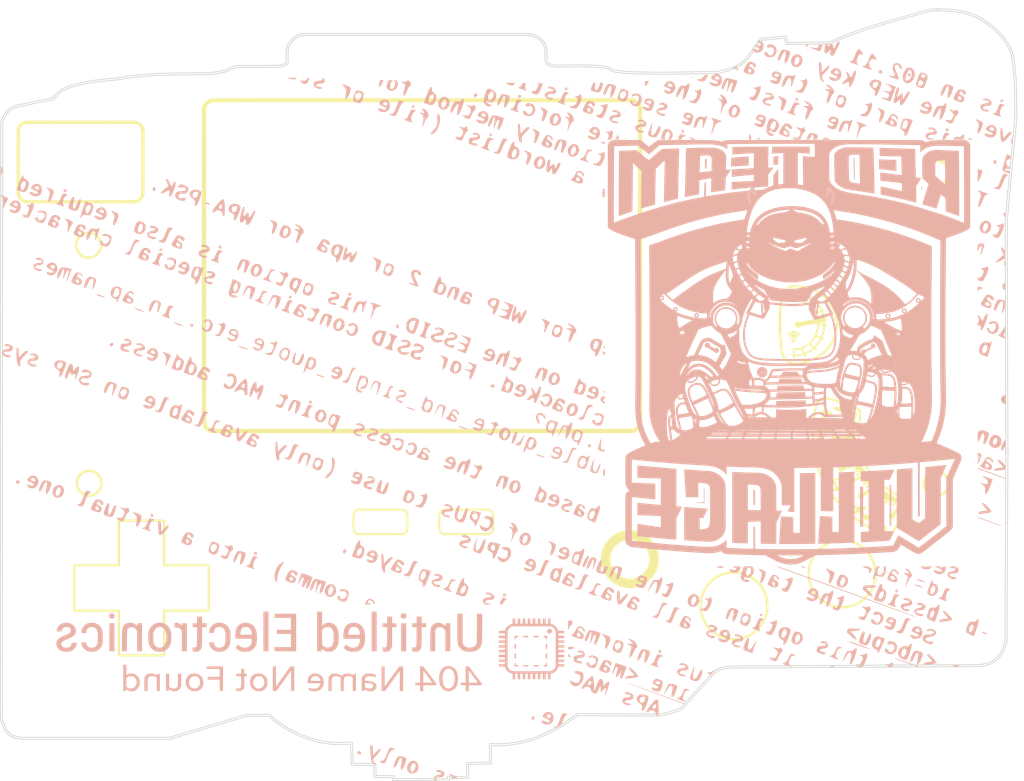
<source format=kicad_pcb>
(kicad_pcb (version 4) (host pcbnew 4.0.7)
  (layers (0 F.Cu signal) (31 B.Cu signal) (34 B.Paste user) (35 F.Paste user) (36 B.SilkS user) (37 F.SilkS user) (38 B.Mask user) (39 F.Mask user) (44 Edge.Cuts user))
  (net 0 "")
  (module LOGO (layer F.Cu) (at 0 0)
    (fp_text reference "G***" hide)
    (fp_text value "LOGO" hide)
  )
  (module LOGO (layer F.Cu) (at 0 0)
    (fp_text reference "G***" hide)
    (fp_text value "LOGO" hide)
  )
  (module LOGO (layer F.Cu) (at 0 0)
    (fp_text reference "G***" hide)
    (fp_text value "LOGO" hide)
  )
  (module LOGO (layer F.Cu) (at 0 0)
    (fp_text reference "G***" hide)
    (fp_text value "LOGO" hide)
  )
  (module LOGO (layer F.Cu) (at 0 0)
    (fp_text reference "G***" hide)
    (fp_text value "LOGO" hide)
  )
  (module LOGO (layer F.Cu) (at 0 0)
    (fp_text reference "G***" hide)
    (fp_text value "LOGO" hide)
  )
  (module LOGO (layer F.Cu) (at 0 0)
    (fp_text reference "G***" hide)
    (fp_text value "LOGO" hide)
  )
  (gr_line (start 83.646000 -69.375000) (end 83.234000 -69.361300) (layer Edge.Cuts) (width 0.1))
  (gr_line (start 83.234000 -69.361300) (end 82.854000 -69.328100) (layer Edge.Cuts) (width 0.1))
  (gr_line (start 82.854000 -69.328100) (end 82.498000 -69.277300) (layer Edge.Cuts) (width 0.1))
  (gr_line (start 82.498000 -69.277300) (end 82.158000 -69.205100) (layer Edge.Cuts) (width 0.1))
  (gr_line (start 82.158000 -69.205100) (end 81.830000 -69.113300) (layer Edge.Cuts) (width 0.1))
  (gr_line (start 81.830000 -69.113300) (end 80.078000 -68.605500) (layer Edge.Cuts) (width 0.1))
  (gr_line (start 80.078000 -68.605500) (end 78.406000 -68.132800) (layer Edge.Cuts) (width 0.1))
  (gr_line (start 78.406000 -68.132800) (end 76.803000 -67.677700) (layer Edge.Cuts) (width 0.1))
  (gr_line (start 76.803000 -67.677700) (end 75.252000 -67.218700) (layer Edge.Cuts) (width 0.1))
  (gr_line (start 75.252000 -67.218700) (end 73.732000 -66.736300) (layer Edge.Cuts) (width 0.1))
  (gr_line (start 73.732000 -66.736300) (end 72.238000 -66.210900) (layer Edge.Cuts) (width 0.1))
  (gr_line (start 72.238000 -66.210900) (end 71.492000 -65.925800) (layer Edge.Cuts) (width 0.1))
  (gr_line (start 71.492000 -65.925800) (end 70.748000 -65.623000) (layer Edge.Cuts) (width 0.1))
  (gr_line (start 70.748000 -65.623000) (end 70.000000 -65.298800) (layer Edge.Cuts) (width 0.1))
  (gr_line (start 70.000000 -65.298800) (end 69.275000 -64.964800) (layer Edge.Cuts) (width 0.1))
  (gr_line (start 69.275000 -64.964800) (end 63.676000 -64.896500) (layer Edge.Cuts) (width 0.1))
  (gr_line (start 63.676000 -64.896500) (end 63.437000 -65.771500) (layer Edge.Cuts) (width 0.1))
  (gr_line (start 63.437000 -65.771500) (end 60.732000 -65.496100) (layer Edge.Cuts) (width 0.1))
  (gr_line (start 60.732000 -65.496100) (end 60.594000 -65.502000) (layer Edge.Cuts) (width 0.1))
  (gr_line (start 60.594000 -65.502000) (end 60.441000 -65.488300) (layer Edge.Cuts) (width 0.1))
  (gr_line (start 60.441000 -65.488300) (end 60.299000 -65.455100) (layer Edge.Cuts) (width 0.1))
  (gr_line (start 60.299000 -65.455100) (end 60.166000 -65.402400) (layer Edge.Cuts) (width 0.1))
  (gr_line (start 60.166000 -65.402400) (end 60.039000 -65.332100) (layer Edge.Cuts) (width 0.1))
  (gr_line (start 60.039000 -65.332100) (end 59.922000 -65.248100) (layer Edge.Cuts) (width 0.1))
  (gr_line (start 59.922000 -65.248100) (end 59.709000 -65.043000) (layer Edge.Cuts) (width 0.1))
  (gr_line (start 59.709000 -65.043000) (end 59.514000 -64.796900) (layer Edge.Cuts) (width 0.1))
  (gr_line (start 59.514000 -64.796900) (end 59.326000 -64.515700) (layer Edge.Cuts) (width 0.1))
  (gr_line (start 59.326000 -64.515700) (end 58.934000 -63.882900) (layer Edge.Cuts) (width 0.1))
  (gr_line (start 58.934000 -63.882900) (end 58.713000 -63.545000) (layer Edge.Cuts) (width 0.1))
  (gr_line (start 58.713000 -63.545000) (end 58.469000 -63.205100) (layer Edge.Cuts) (width 0.1))
  (gr_line (start 58.469000 -63.205100) (end 58.187000 -62.867200) (layer Edge.Cuts) (width 0.1))
  (gr_line (start 58.187000 -62.867200) (end 57.867000 -62.539100) (layer Edge.Cuts) (width 0.1))
  (gr_line (start 57.867000 -62.539100) (end 57.496000 -62.228600) (layer Edge.Cuts) (width 0.1))
  (gr_line (start 57.496000 -62.228600) (end 57.293000 -62.084000) (layer Edge.Cuts) (width 0.1))
  (gr_line (start 57.293000 -62.084000) (end 57.072000 -61.943400) (layer Edge.Cuts) (width 0.1))
  (gr_line (start 57.072000 -61.943400) (end 56.836000 -61.814500) (layer Edge.Cuts) (width 0.1))
  (gr_line (start 56.836000 -61.814500) (end 56.582000 -61.691500) (layer Edge.Cuts) (width 0.1))
  (gr_line (start 56.582000 -61.691500) (end 56.309000 -61.580100) (layer Edge.Cuts) (width 0.1))
  (gr_line (start 56.309000 -61.580100) (end 56.018000 -61.478600) (layer Edge.Cuts) (width 0.1))
  (gr_line (start 56.018000 -61.478600) (end 55.234000 -61.252000) (layer Edge.Cuts) (width 0.1))
  (gr_line (start 55.234000 -61.252000) (end 54.385000 -61.046900) (layer Edge.Cuts) (width 0.1))
  (gr_line (start 54.385000 -61.046900) (end 53.482000 -61.029400) (layer Edge.Cuts) (width 0.1))
  (gr_line (start 53.482000 -61.029400) (end 52.473000 -61.023500) (layer Edge.Cuts) (width 0.1))
  (gr_line (start 52.473000 -61.023500) (end 50.160000 -60.966800) (layer Edge.Cuts) (width 0.1))
  (gr_line (start 50.160000 -60.966800) (end 48.018000 -60.935600) (layer Edge.Cuts) (width 0.1))
  (gr_line (start 48.018000 -60.935600) (end 46.070000 -60.933600) (layer Edge.Cuts) (width 0.1))
  (gr_line (start 46.070000 -60.933600) (end 44.352000 -60.959000) (layer Edge.Cuts) (width 0.1))
  (gr_line (start 44.352000 -60.959000) (end 42.893000 -61.009700) (layer Edge.Cuts) (width 0.1))
  (gr_line (start 42.893000 -61.009700) (end 41.717000 -61.087900) (layer Edge.Cuts) (width 0.1))
  (gr_line (start 41.717000 -61.087900) (end 41.250000 -61.136700) (layer Edge.Cuts) (width 0.1))
  (gr_line (start 41.250000 -61.136700) (end 40.865000 -61.191400) (layer Edge.Cuts) (width 0.1))
  (gr_line (start 40.865000 -61.191400) (end 40.572000 -61.251900) (layer Edge.Cuts) (width 0.1))
  (gr_line (start 40.572000 -61.251900) (end 40.395000 -61.310500) (layer Edge.Cuts) (width 0.1))
  (gr_line (start 40.395000 -61.310500) (end 40.285000 -61.412100) (layer Edge.Cuts) (width 0.1))
  (gr_line (start 40.285000 -61.412100) (end 40.113000 -61.519500) (layer Edge.Cuts) (width 0.1))
  (gr_line (start 40.113000 -61.519500) (end 39.918000 -61.607400) (layer Edge.Cuts) (width 0.1))
  (gr_line (start 39.918000 -61.607400) (end 39.701000 -61.675800) (layer Edge.Cuts) (width 0.1))
  (gr_line (start 39.701000 -61.675800) (end 39.467000 -61.732400) (layer Edge.Cuts) (width 0.1))
  (gr_line (start 39.467000 -61.732400) (end 39.215000 -61.777300) (layer Edge.Cuts) (width 0.1))
  (gr_line (start 39.215000 -61.777300) (end 38.676000 -61.835900) (layer Edge.Cuts) (width 0.1))
  (gr_line (start 38.676000 -61.835900) (end 38.104000 -61.867200) (layer Edge.Cuts) (width 0.1))
  (gr_line (start 38.104000 -61.867200) (end 37.521000 -61.884700) (layer Edge.Cuts) (width 0.1))
  (gr_line (start 37.521000 -61.884700) (end 36.955000 -61.898400) (layer Edge.Cuts) (width 0.1))
  (gr_line (start 36.955000 -61.898400) (end 36.424000 -61.923800) (layer Edge.Cuts) (width 0.1))
  (gr_line (start 36.424000 -61.923800) (end 32.768000 -61.863200) (layer Edge.Cuts) (width 0.1))
  (gr_line (start 32.768000 -61.863200) (end 32.330000 -61.953100) (layer Edge.Cuts) (width 0.1))
  (gr_line (start 32.330000 -61.953100) (end 32.164000 -62.005800) (layer Edge.Cuts) (width 0.1))
  (gr_line (start 32.164000 -62.005800) (end 32.029000 -62.064400) (layer Edge.Cuts) (width 0.1))
  (gr_line (start 32.029000 -62.064400) (end 31.924000 -62.126900) (layer Edge.Cuts) (width 0.1))
  (gr_line (start 31.924000 -62.126900) (end 31.844000 -62.193300) (layer Edge.Cuts) (width 0.1))
  (gr_line (start 31.844000 -62.193300) (end 31.783000 -62.265600) (layer Edge.Cuts) (width 0.1))
  (gr_line (start 31.783000 -62.265600) (end 31.738000 -62.345700) (layer Edge.Cuts) (width 0.1))
  (gr_line (start 31.738000 -62.345700) (end 31.705000 -62.437500) (layer Edge.Cuts) (width 0.1))
  (gr_line (start 31.705000 -62.437500) (end 31.686000 -62.541000) (layer Edge.Cuts) (width 0.1))
  (gr_line (start 31.686000 -62.541000) (end 31.668000 -62.800700) (layer Edge.Cuts) (width 0.1))
  (gr_line (start 31.668000 -62.800700) (end 31.691000 -63.503900) (layer Edge.Cuts) (width 0.1))
  (gr_line (start 31.691000 -63.503900) (end 31.683000 -63.767500) (layer Edge.Cuts) (width 0.1))
  (gr_line (start 31.683000 -63.767500) (end 31.648000 -64.025400) (layer Edge.Cuts) (width 0.1))
  (gr_line (start 31.648000 -64.025400) (end 31.588000 -64.275400) (layer Edge.Cuts) (width 0.1))
  (gr_line (start 31.588000 -64.275400) (end 31.502000 -64.513600) (layer Edge.Cuts) (width 0.1))
  (gr_line (start 31.502000 -64.513600) (end 31.394000 -64.742200) (layer Edge.Cuts) (width 0.1))
  (gr_line (start 31.394000 -64.742200) (end 31.263000 -64.955000) (layer Edge.Cuts) (width 0.1))
  (gr_line (start 31.263000 -64.955000) (end 31.113000 -65.154300) (layer Edge.Cuts) (width 0.1))
  (gr_line (start 31.113000 -65.154300) (end 30.945000 -65.337900) (layer Edge.Cuts) (width 0.1))
  (gr_line (start 30.945000 -65.337900) (end 30.759000 -65.505800) (layer Edge.Cuts) (width 0.1))
  (gr_line (start 30.759000 -65.505800) (end 30.558000 -65.654300) (layer Edge.Cuts) (width 0.1))
  (gr_line (start 30.558000 -65.654300) (end 30.341000 -65.785100) (layer Edge.Cuts) (width 0.1))
  (gr_line (start 30.341000 -65.785100) (end 30.113000 -65.892500) (layer Edge.Cuts) (width 0.1))
  (gr_line (start 30.113000 -65.892500) (end 29.875000 -65.980400) (layer Edge.Cuts) (width 0.1))
  (gr_line (start 29.875000 -65.980400) (end 29.625000 -66.042900) (layer Edge.Cuts) (width 0.1))
  (gr_line (start 29.625000 -66.042900) (end 29.367000 -66.082000) (layer Edge.Cuts) (width 0.1))
  (gr_line (start 29.367000 -66.082000) (end 29.103000 -66.095700) (layer Edge.Cuts) (width 0.1))
  (gr_line (start 29.103000 -66.095700) (end -0.439500 -66.095700) (layer Edge.Cuts) (width 0.1))
  (gr_line (start -0.439500 -66.095700) (end -0.701200 -66.082000) (layer Edge.Cuts) (width 0.1))
  (gr_line (start -0.701200 -66.082000) (end -0.959000 -66.042900) (layer Edge.Cuts) (width 0.1))
  (gr_line (start -0.959000 -66.042900) (end -1.207000 -65.980400) (layer Edge.Cuts) (width 0.1))
  (gr_line (start -1.207000 -65.980400) (end -1.445300 -65.892500) (layer Edge.Cuts) (width 0.1))
  (gr_line (start -1.445300 -65.892500) (end -1.671900 -65.783200) (layer Edge.Cuts) (width 0.1))
  (gr_line (start -1.671900 -65.783200) (end -1.886700 -65.654300) (layer Edge.Cuts) (width 0.1))
  (gr_line (start -1.886700 -65.654300) (end -2.085900 -65.505800) (layer Edge.Cuts) (width 0.1))
  (gr_line (start -2.085900 -65.505800) (end -2.269500 -65.337900) (layer Edge.Cuts) (width 0.1))
  (gr_line (start -2.269500 -65.337900) (end -2.437500 -65.154300) (layer Edge.Cuts) (width 0.1))
  (gr_line (start -2.437500 -65.154300) (end -2.585900 -64.955000) (layer Edge.Cuts) (width 0.1))
  (gr_line (start -2.585900 -64.955000) (end -2.714800 -64.742200) (layer Edge.Cuts) (width 0.1))
  (gr_line (start -2.714800 -64.742200) (end -2.824200 -64.515600) (layer Edge.Cuts) (width 0.1))
  (gr_line (start -2.824200 -64.515600) (end -2.910200 -64.277300) (layer Edge.Cuts) (width 0.1))
  (gr_line (start -2.910200 -64.277300) (end -2.974600 -64.027300) (layer Edge.Cuts) (width 0.1))
  (gr_line (start -2.974600 -64.027300) (end -3.013700 -63.769500) (layer Edge.Cuts) (width 0.1))
  (gr_line (start -3.013700 -63.769500) (end -3.027300 -63.507800) (layer Edge.Cuts) (width 0.1))
  (gr_line (start -3.027300 -63.507800) (end -3.029300 -62.253900) (layer Edge.Cuts) (width 0.1))
  (gr_line (start -3.029300 -62.253900) (end -3.084000 -62.166000) (layer Edge.Cuts) (width 0.1))
  (gr_line (start -3.084000 -62.166000) (end -3.181700 -62.080000) (layer Edge.Cuts) (width 0.1))
  (gr_line (start -3.181700 -62.080000) (end -3.314500 -62.009700) (layer Edge.Cuts) (width 0.1))
  (gr_line (start -3.314500 -62.009700) (end -3.476600 -61.953100) (layer Edge.Cuts) (width 0.1))
  (gr_line (start -3.476600 -61.953100) (end -3.662200 -61.912100) (layer Edge.Cuts) (width 0.1))
  (gr_line (start -3.662200 -61.912100) (end -3.859400 -61.884700) (layer Edge.Cuts) (width 0.1))
  (gr_line (start -3.859400 -61.884700) (end -4.271500 -61.863300) (layer Edge.Cuts) (width 0.1))
  (gr_line (start -4.271500 -61.863300) (end -7.765700 -61.826100) (layer Edge.Cuts) (width 0.1))
  (gr_line (start -7.765700 -61.826100) (end -8.437500 -61.841800) (layer Edge.Cuts) (width 0.1))
  (gr_line (start -8.437500 -61.841800) (end -9.109400 -61.839800) (layer Edge.Cuts) (width 0.1))
  (gr_line (start -9.109400 -61.839800) (end -9.435600 -61.820200) (layer Edge.Cuts) (width 0.1))
  (gr_line (start -9.435600 -61.820200) (end -9.752000 -61.781200) (layer Edge.Cuts) (width 0.1))
  (gr_line (start -9.752000 -61.781200) (end -10.052800 -61.718700) (layer Edge.Cuts) (width 0.1))
  (gr_line (start -10.052800 -61.718700) (end -10.341800 -61.623000) (layer Edge.Cuts) (width 0.1))
  (gr_line (start -10.341800 -61.623000) (end -10.546900 -61.498000) (layer Edge.Cuts) (width 0.1))
  (gr_line (start -10.546900 -61.498000) (end -10.750000 -61.396400) (layer Edge.Cuts) (width 0.1))
  (gr_line (start -10.750000 -61.396400) (end -10.968800 -61.304600) (layer Edge.Cuts) (width 0.1))
  (gr_line (start -10.968800 -61.304600) (end -11.201200 -61.224500) (layer Edge.Cuts) (width 0.1))
  (gr_line (start -11.201200 -61.224500) (end -11.701200 -61.091700) (layer Edge.Cuts) (width 0.1))
  (gr_line (start -11.701200 -61.091700) (end -12.232500 -60.994100) (layer Edge.Cuts) (width 0.1))
  (gr_line (start -12.232500 -60.994100) (end -12.783300 -60.927700) (layer Edge.Cuts) (width 0.1))
  (gr_line (start -12.783300 -60.927700) (end -13.337900 -60.886600) (layer Edge.Cuts) (width 0.1))
  (gr_line (start -13.337900 -60.886600) (end -13.884800 -60.869100) (layer Edge.Cuts) (width 0.1))
  (gr_line (start -13.884800 -60.869100) (end -14.412200 -60.865200) (layer Edge.Cuts) (width 0.1))
  (gr_line (start -14.412200 -60.865200) (end -17.468800 -60.830000) (layer Edge.Cuts) (width 0.1))
  (gr_line (start -17.468800 -60.830000) (end -20.302800 -60.767500) (layer Edge.Cuts) (width 0.1))
  (gr_line (start -20.302800 -60.767500) (end -22.910200 -60.560500) (layer Edge.Cuts) (width 0.1))
  (gr_line (start -22.910200 -60.560500) (end -24.181700 -60.400300) (layer Edge.Cuts) (width 0.1))
  (gr_line (start -24.181700 -60.400300) (end -25.349700 -60.199100) (layer Edge.Cuts) (width 0.1))
  (gr_line (start -25.349700 -60.199100) (end -26.449300 -60.103400) (layer Edge.Cuts) (width 0.1))
  (gr_line (start -26.449300 -60.103400) (end -27.490300 -59.992100) (layer Edge.Cuts) (width 0.1))
  (gr_line (start -27.490300 -59.992100) (end -28.462900 -59.867100) (layer Edge.Cuts) (width 0.1))
  (gr_line (start -28.462900 -59.867100) (end -29.361400 -59.726500) (layer Edge.Cuts) (width 0.1))
  (gr_line (start -29.361400 -59.726500) (end -30.187500 -59.570200) (layer Edge.Cuts) (width 0.1))
  (gr_line (start -30.187500 -59.570200) (end -30.935600 -59.396400) (layer Edge.Cuts) (width 0.1))
  (gr_line (start -30.935600 -59.396400) (end -31.605500 -59.205000) (layer Edge.Cuts) (width 0.1))
  (gr_line (start -31.605500 -59.205000) (end -32.193400 -58.996000) (layer Edge.Cuts) (width 0.1))
  (gr_line (start -32.193400 -58.996000) (end -32.693400 -58.765500) (layer Edge.Cuts) (width 0.1))
  (gr_line (start -32.693400 -58.765500) (end -32.916100 -58.640500) (layer Edge.Cuts) (width 0.1))
  (gr_line (start -32.916100 -58.640500) (end -33.113300 -58.511600) (layer Edge.Cuts) (width 0.1))
  (gr_line (start -33.113300 -58.511600) (end -33.289100 -58.376900) (layer Edge.Cuts) (width 0.1))
  (gr_line (start -33.289100 -58.376900) (end -33.443400 -58.234300) (layer Edge.Cuts) (width 0.1))
  (gr_line (start -33.443400 -58.234300) (end -33.574300 -58.083900) (layer Edge.Cuts) (width 0.1))
  (gr_line (start -33.574300 -58.083900) (end -33.644600 -57.976500) (layer Edge.Cuts) (width 0.1))
  (gr_line (start -33.644600 -57.976500) (end -33.711000 -57.962800) (layer Edge.Cuts) (width 0.1))
  (gr_line (start -33.711000 -57.962800) (end -33.822300 -57.912000) (layer Edge.Cuts) (width 0.1))
  (gr_line (start -33.822300 -57.912000) (end -33.916100 -57.841700) (layer Edge.Cuts) (width 0.1))
  (gr_line (start -33.916100 -57.841700) (end -33.988300 -57.753800) (layer Edge.Cuts) (width 0.1))
  (gr_line (start -33.988300 -57.753800) (end -34.039100 -57.652300) (layer Edge.Cuts) (width 0.1))
  (gr_line (start -34.039100 -57.652300) (end -34.068400 -57.539000) (layer Edge.Cuts) (width 0.1))
  (gr_line (start -34.068400 -57.539000) (end -36.793000 -56.994100) (layer Edge.Cuts) (width 0.1))
  (gr_line (start -36.793000 -56.994100) (end -37.080100 -56.912000) (layer Edge.Cuts) (width 0.1))
  (gr_line (start -37.080100 -56.912000) (end -37.365300 -56.847600) (layer Edge.Cuts) (width 0.1))
  (gr_line (start -37.365300 -56.847600) (end -37.953200 -56.740200) (layer Edge.Cuts) (width 0.1))
  (gr_line (start -37.953200 -56.740200) (end -38.546900 -56.626900) (layer Edge.Cuts) (width 0.1))
  (gr_line (start -38.546900 -56.626900) (end -38.843800 -56.550700) (layer Edge.Cuts) (width 0.1))
  (gr_line (start -38.843800 -56.550700) (end -39.134800 -56.457000) (layer Edge.Cuts) (width 0.1))
  (gr_line (start -39.134800 -56.457000) (end -39.420000 -56.335900) (layer Edge.Cuts) (width 0.1))
  (gr_line (start -39.420000 -56.335900) (end -39.695400 -56.181600) (layer Edge.Cuts) (width 0.1))
  (gr_line (start -39.695400 -56.181600) (end -39.957100 -55.988200) (layer Edge.Cuts) (width 0.1))
  (gr_line (start -39.957100 -55.988200) (end -40.201200 -55.751900) (layer Edge.Cuts) (width 0.1))
  (gr_line (start -40.201200 -55.751900) (end -40.427800 -55.466700) (layer Edge.Cuts) (width 0.1))
  (gr_line (start -40.427800 -55.466700) (end -40.630900 -55.128800) (layer Edge.Cuts) (width 0.1))
  (gr_line (start -40.630900 -55.128800) (end -40.812600 -54.730400) (layer Edge.Cuts) (width 0.1))
  (gr_line (start -40.812600 -54.730400) (end -40.970800 -54.253800) (layer Edge.Cuts) (width 0.1))
  (gr_line (start -40.970800 -54.253800) (end -41.017600 25.082000) (layer Edge.Cuts) (width 0.1))
  (gr_line (start -41.017600 25.082000) (end -40.865300 25.549000) (layer Edge.Cuts) (width 0.1))
  (gr_line (start -40.865300 25.549000) (end -40.711000 25.990000) (layer Edge.Cuts) (width 0.1))
  (gr_line (start -40.711000 25.990000) (end -40.517600 26.420000) (layer Edge.Cuts) (width 0.1))
  (gr_line (start -40.517600 26.420000) (end -40.398500 26.627000) (layer Edge.Cuts) (width 0.1))
  (gr_line (start -40.398500 26.627000) (end -40.259800 26.824000) (layer Edge.Cuts) (width 0.1))
  (gr_line (start -40.259800 26.824000) (end -40.099700 27.010000) (layer Edge.Cuts) (width 0.1))
  (gr_line (start -40.099700 27.010000) (end -39.914100 27.182000) (layer Edge.Cuts) (width 0.1))
  (gr_line (start -39.914100 27.182000) (end -39.701200 27.334000) (layer Edge.Cuts) (width 0.1))
  (gr_line (start -39.701200 27.334000) (end -39.457100 27.467000) (layer Edge.Cuts) (width 0.1))
  (gr_line (start -39.457100 27.467000) (end -39.181700 27.580000) (layer Edge.Cuts) (width 0.1))
  (gr_line (start -39.181700 27.580000) (end -38.871100 27.670000) (layer Edge.Cuts) (width 0.1))
  (gr_line (start -38.871100 27.670000) (end -38.523500 27.734000) (layer Edge.Cuts) (width 0.1))
  (gr_line (start -38.523500 27.734000) (end -38.134800 27.775000) (layer Edge.Cuts) (width 0.1))
  (gr_line (start -38.134800 27.775000) (end -18.509800 27.773000) (layer Edge.Cuts) (width 0.1))
  (gr_line (start -18.509800 27.773000) (end -8.308600 24.734000) (layer Edge.Cuts) (width 0.1))
  (gr_line (start -8.308600 24.734000) (end -5.300800 24.701000) (layer Edge.Cuts) (width 0.1))
  (gr_line (start -5.300800 24.701000) (end -5.013700 24.992000) (layer Edge.Cuts) (width 0.1))
  (gr_line (start -5.013700 24.992000) (end -4.632900 25.320000) (layer Edge.Cuts) (width 0.1))
  (gr_line (start -4.632900 25.320000) (end -4.207100 25.643000) (layer Edge.Cuts) (width 0.1))
  (gr_line (start -4.207100 25.643000) (end -3.740300 25.959000) (layer Edge.Cuts) (width 0.1))
  (gr_line (start -3.740300 25.959000) (end -3.240300 26.271000) (layer Edge.Cuts) (width 0.1))
  (gr_line (start -3.240300 26.271000) (end -2.711000 26.582000) (layer Edge.Cuts) (width 0.1))
  (gr_line (start -2.711000 26.582000) (end -1.578200 27.197000) (layer Edge.Cuts) (width 0.1))
  (gr_line (start -1.578200 27.197000) (end -0.880900 27.471000) (layer Edge.Cuts) (width 0.1))
  (gr_line (start -0.880900 27.471000) (end -0.238300 27.701000) (layer Edge.Cuts) (width 0.1))
  (gr_line (start -0.238300 27.701000) (end 0.355000 27.895000) (layer Edge.Cuts) (width 0.1))
  (gr_line (start 0.355000 27.895000) (end 0.912000 28.053000) (layer Edge.Cuts) (width 0.1))
  (gr_line (start 0.912000 28.053000) (end 1.428000 28.180000) (layer Edge.Cuts) (width 0.1))
  (gr_line (start 1.428000 28.180000) (end 1.908000 28.279000) (layer Edge.Cuts) (width 0.1))
  (gr_line (start 1.908000 28.279000) (end 2.359000 28.352000) (layer Edge.Cuts) (width 0.1))
  (gr_line (start 2.359000 28.352000) (end 2.783000 28.404000) (layer Edge.Cuts) (width 0.1))
  (gr_line (start 2.783000 28.404000) (end 3.185000 28.438000) (layer Edge.Cuts) (width 0.1))
  (gr_line (start 3.185000 28.438000) (end 3.566000 28.457000) (layer Edge.Cuts) (width 0.1))
  (gr_line (start 3.566000 28.457000) (end 4.287000 28.457000) (layer Edge.Cuts) (width 0.1))
  (gr_line (start 4.287000 28.457000) (end 5.533000 28.422000) (layer Edge.Cuts) (width 0.1))
  (gr_line (start 5.533000 28.422000) (end 5.658000 31.207000) (layer Edge.Cuts) (width 0.1))
  (gr_line (start 5.658000 31.207000) (end 8.635000 31.254000) (layer Edge.Cuts) (width 0.1))
  (gr_line (start 8.635000 31.254000) (end 8.684000 32.840000) (layer Edge.Cuts) (width 0.1))
  (gr_line (start 8.684000 32.840000) (end 11.127000 32.879000) (layer Edge.Cuts) (width 0.1))
  (gr_line (start 11.127000 32.879000) (end 11.141000 33.240000) (layer Edge.Cuts) (width 0.1))
  (gr_line (start 11.141000 33.240000) (end 18.728000 33.301000) (layer Edge.Cuts) (width 0.1))
  (gr_line (start 18.728000 33.301000) (end 18.693000 33.004000) (layer Edge.Cuts) (width 0.1))
  (gr_line (start 18.693000 33.004000) (end 21.236000 32.949000) (layer Edge.Cuts) (width 0.1))
  (gr_line (start 21.236000 32.949000) (end 21.246000 31.121000) (layer Edge.Cuts) (width 0.1))
  (gr_line (start 21.246000 31.121000) (end 24.287000 31.039000) (layer Edge.Cuts) (width 0.1))
  (gr_line (start 24.287000 31.039000) (end 24.301000 28.607000) (layer Edge.Cuts) (width 0.1))
  (gr_line (start 24.301000 28.607000) (end 25.080000 28.629000) (layer Edge.Cuts) (width 0.1))
  (gr_line (start 25.080000 28.629000) (end 25.965000 28.604000) (layer Edge.Cuts) (width 0.1))
  (gr_line (start 25.965000 28.604000) (end 26.817000 28.531000) (layer Edge.Cuts) (width 0.1))
  (gr_line (start 26.817000 28.531000) (end 27.639000 28.412000) (layer Edge.Cuts) (width 0.1))
  (gr_line (start 27.639000 28.412000) (end 28.432000 28.256000) (layer Edge.Cuts) (width 0.1))
  (gr_line (start 28.432000 28.256000) (end 29.199000 28.057000) (layer Edge.Cuts) (width 0.1))
  (gr_line (start 29.199000 28.057000) (end 29.942000 27.824000) (layer Edge.Cuts) (width 0.1))
  (gr_line (start 29.942000 27.824000) (end 30.660000 27.557000) (layer Edge.Cuts) (width 0.1))
  (gr_line (start 30.660000 27.557000) (end 31.358000 27.262000) (layer Edge.Cuts) (width 0.1))
  (gr_line (start 31.358000 27.262000) (end 32.037000 26.939000) (layer Edge.Cuts) (width 0.1))
  (gr_line (start 32.037000 26.939000) (end 32.699000 26.592000) (layer Edge.Cuts) (width 0.1))
  (gr_line (start 32.699000 26.592000) (end 33.346000 26.223000) (layer Edge.Cuts) (width 0.1))
  (gr_line (start 33.346000 26.223000) (end 33.979000 25.836000) (layer Edge.Cuts) (width 0.1))
  (gr_line (start 33.979000 25.836000) (end 34.600000 25.432000) (layer Edge.Cuts) (width 0.1))
  (gr_line (start 34.600000 25.432000) (end 35.779000 24.619000) (layer Edge.Cuts) (width 0.1))
  (gr_line (start 35.779000 24.619000) (end 46.612000 24.688000) (layer Edge.Cuts) (width 0.1))
  (gr_line (start 46.612000 24.688000) (end 47.319000 24.555000) (layer Edge.Cuts) (width 0.1))
  (gr_line (start 47.319000 24.555000) (end 48.043000 24.367000) (layer Edge.Cuts) (width 0.1))
  (gr_line (start 48.043000 24.367000) (end 48.789000 24.123000) (layer Edge.Cuts) (width 0.1))
  (gr_line (start 48.789000 24.123000) (end 49.586000 23.824000) (layer Edge.Cuts) (width 0.1))
  (gr_line (start 49.586000 23.824000) (end 53.899000 19.076000) (layer Edge.Cuts) (width 0.1))
  (gr_line (start 53.899000 19.076000) (end 54.117000 18.877000) (layer Edge.Cuts) (width 0.1))
  (gr_line (start 54.117000 18.877000) (end 54.362000 18.717000) (layer Edge.Cuts) (width 0.1))
  (gr_line (start 54.362000 18.717000) (end 54.629000 18.588000) (layer Edge.Cuts) (width 0.1))
  (gr_line (start 54.629000 18.588000) (end 54.920000 18.486000) (layer Edge.Cuts) (width 0.1))
  (gr_line (start 54.920000 18.486000) (end 55.233000 18.408000) (layer Edge.Cuts) (width 0.1))
  (gr_line (start 55.233000 18.408000) (end 55.563000 18.354000) (layer Edge.Cuts) (width 0.1))
  (gr_line (start 55.563000 18.354000) (end 55.910000 18.316000) (layer Edge.Cuts) (width 0.1))
  (gr_line (start 55.910000 18.316000) (end 56.266000 18.291000) (layer Edge.Cuts) (width 0.1))
  (gr_line (start 56.266000 18.291000) (end 88.940000 18.102000) (layer Edge.Cuts) (width 0.1))
  (gr_line (start 88.940000 18.102000) (end 89.285000 18.080000) (layer Edge.Cuts) (width 0.1))
  (gr_line (start 89.285000 18.080000) (end 89.623000 18.039000) (layer Edge.Cuts) (width 0.1))
  (gr_line (start 89.623000 18.039000) (end 89.949000 17.977000) (layer Edge.Cuts) (width 0.1))
  (gr_line (start 89.949000 17.977000) (end 90.264000 17.893000) (layer Edge.Cuts) (width 0.1))
  (gr_line (start 90.264000 17.893000) (end 90.567000 17.783000) (layer Edge.Cuts) (width 0.1))
  (gr_line (start 90.567000 17.783000) (end 90.858000 17.650000) (layer Edge.Cuts) (width 0.1))
  (gr_line (start 90.858000 17.650000) (end 91.135000 17.492000) (layer Edge.Cuts) (width 0.1))
  (gr_line (start 91.135000 17.492000) (end 91.395000 17.305000) (layer Edge.Cuts) (width 0.1))
  (gr_line (start 91.395000 17.305000) (end 91.641000 17.090000) (layer Edge.Cuts) (width 0.1))
  (gr_line (start 91.641000 17.090000) (end 91.869000 16.844000) (layer Edge.Cuts) (width 0.1))
  (gr_line (start 91.869000 16.844000) (end 92.078000 16.570000) (layer Edge.Cuts) (width 0.1))
  (gr_line (start 92.078000 16.570000) (end 92.270000 16.264000) (layer Edge.Cuts) (width 0.1))
  (gr_line (start 92.270000 16.264000) (end 92.444000 15.928000) (layer Edge.Cuts) (width 0.1))
  (gr_line (start 92.444000 15.928000) (end 92.594000 15.555000) (layer Edge.Cuts) (width 0.1))
  (gr_line (start 92.594000 15.555000) (end 92.725000 15.150000) (layer Edge.Cuts) (width 0.1))
  (gr_line (start 92.725000 15.150000) (end 92.838000 14.697000) (layer Edge.Cuts) (width 0.1))
  (gr_line (start 92.838000 14.697000) (end 92.961000 -10.214800) (layer Edge.Cuts) (width 0.1))
  (gr_line (start 92.961000 -10.214800) (end 92.871000 -41.208900) (layer Edge.Cuts) (width 0.1))
  (gr_line (start 92.871000 -41.208900) (end 94.162000 -55.093700) (layer Edge.Cuts) (width 0.1))
  (gr_line (start 94.162000 -55.093700) (end 94.129000 -55.753900) (layer Edge.Cuts) (width 0.1))
  (gr_line (start 94.129000 -55.753900) (end 94.114000 -56.457000) (layer Edge.Cuts) (width 0.1))
  (gr_line (start 94.114000 -56.457000) (end 94.110000 -57.931600) (layer Edge.Cuts) (width 0.1))
  (gr_line (start 94.110000 -57.931600) (end 94.094000 -59.326100) (layer Edge.Cuts) (width 0.1))
  (gr_line (start 94.094000 -59.326100) (end 94.063000 -59.933500) (layer Edge.Cuts) (width 0.1))
  (gr_line (start 94.063000 -59.933500) (end 94.008000 -60.443300) (layer Edge.Cuts) (width 0.1))
  (gr_line (start 94.008000 -60.443300) (end 93.932000 -61.121000) (layer Edge.Cuts) (width 0.1))
  (gr_line (start 93.932000 -61.121000) (end 93.885000 -61.789000) (layer Edge.Cuts) (width 0.1))
  (gr_line (start 93.885000 -61.789000) (end 93.819000 -62.468700) (layer Edge.Cuts) (width 0.1))
  (gr_line (start 93.819000 -62.468700) (end 93.762000 -62.820300) (layer Edge.Cuts) (width 0.1))
  (gr_line (start 93.762000 -62.820300) (end 93.686000 -63.177700) (layer Edge.Cuts) (width 0.1))
  (gr_line (start 93.686000 -63.177700) (end 93.580000 -63.546800) (layer Edge.Cuts) (width 0.1))
  (gr_line (start 93.580000 -63.546800) (end 93.442000 -63.925700) (layer Edge.Cuts) (width 0.1))
  (gr_line (start 93.442000 -63.925700) (end 93.262000 -64.316400) (layer Edge.Cuts) (width 0.1))
  (gr_line (start 93.262000 -64.316400) (end 93.039000 -64.720600) (layer Edge.Cuts) (width 0.1))
  (gr_line (start 93.039000 -64.720600) (end 92.764000 -65.140600) (layer Edge.Cuts) (width 0.1))
  (gr_line (start 92.764000 -65.140600) (end 92.434000 -65.578100) (layer Edge.Cuts) (width 0.1))
  (gr_line (start 92.434000 -65.578100) (end 92.039000 -66.033100) (layer Edge.Cuts) (width 0.1))
  (gr_line (start 92.039000 -66.033100) (end 91.580000 -66.509700) (layer Edge.Cuts) (width 0.1))
  (gr_line (start 91.580000 -66.509700) (end 91.184000 -66.871000) (layer Edge.Cuts) (width 0.1))
  (gr_line (start 91.184000 -66.871000) (end 90.795000 -67.197200) (layer Edge.Cuts) (width 0.1))
  (gr_line (start 90.795000 -67.197200) (end 90.412000 -67.498000) (layer Edge.Cuts) (width 0.1))
  (gr_line (start 90.412000 -67.498000) (end 90.033000 -67.767500) (layer Edge.Cuts) (width 0.1))
  (gr_line (start 90.033000 -67.767500) (end 89.653000 -68.011700) (layer Edge.Cuts) (width 0.1))
  (gr_line (start 89.653000 -68.011700) (end 89.274000 -68.230400) (layer Edge.Cuts) (width 0.1))
  (gr_line (start 89.274000 -68.230400) (end 88.893000 -68.425700) (layer Edge.Cuts) (width 0.1))
  (gr_line (start 88.893000 -68.425700) (end 88.510000 -68.597600) (layer Edge.Cuts) (width 0.1))
  (gr_line (start 88.510000 -68.597600) (end 88.123000 -68.748000) (layer Edge.Cuts) (width 0.1))
  (gr_line (start 88.123000 -68.748000) (end 87.731000 -68.876900) (layer Edge.Cuts) (width 0.1))
  (gr_line (start 87.731000 -68.876900) (end 87.328000 -68.988200) (layer Edge.Cuts) (width 0.1))
  (gr_line (start 87.328000 -68.988200) (end 86.920000 -69.083900) (layer Edge.Cuts) (width 0.1))
  (gr_line (start 86.920000 -69.083900) (end 86.500000 -69.162100) (layer Edge.Cuts) (width 0.1))
  (gr_line (start 86.500000 -69.162100) (end 86.070000 -69.224600) (layer Edge.Cuts) (width 0.1))
  (gr_line (start 86.070000 -69.224600) (end 85.172000 -69.314400) (layer Edge.Cuts) (width 0.1))
  (gr_line (start 85.172000 -69.314400) (end 84.106000 -69.371000) (layer Edge.Cuts) (width 0.1))
  (gr_line (start 84.106000 -69.371000) (end 83.653000 -69.374900) (layer Edge.Cuts) (width 0.1))
  (gr_line (start 83.653000 -69.374900) (end 83.653000 -69.242100) (layer Edge.Cuts) (width 0.1))
  (gr_line (start 83.653000 -69.242100) (end 83.646000 -69.375000) (layer Edge.Cuts) (width 0.1))
  (gr_line (start 83.646000 -69.375000) (end 83.650000 -69.109400) (layer Edge.Cuts) (width 0.1))
  (gr_line (start 83.650000 -69.109400) (end 83.656000 -69.109400) (layer Edge.Cuts) (width 0.1))
  (gr_line (start 83.656000 -69.109400) (end 84.098000 -69.105500) (layer Edge.Cuts) (width 0.1))
  (gr_line (start 84.098000 -69.105500) (end 85.151000 -69.050800) (layer Edge.Cuts) (width 0.1))
  (gr_line (start 85.151000 -69.050800) (end 86.037000 -68.962900) (layer Edge.Cuts) (width 0.1))
  (gr_line (start 86.037000 -68.962900) (end 86.457000 -68.900400) (layer Edge.Cuts) (width 0.1))
  (gr_line (start 86.457000 -68.900400) (end 86.865000 -68.824200) (layer Edge.Cuts) (width 0.1))
  (gr_line (start 86.865000 -68.824200) (end 87.264000 -68.732400) (layer Edge.Cuts) (width 0.1))
  (gr_line (start 87.264000 -68.732400) (end 87.653000 -68.623000) (layer Edge.Cuts) (width 0.1))
  (gr_line (start 87.653000 -68.623000) (end 88.033000 -68.498000) (layer Edge.Cuts) (width 0.1))
  (gr_line (start 88.033000 -68.498000) (end 88.408000 -68.351600) (layer Edge.Cuts) (width 0.1))
  (gr_line (start 88.408000 -68.351600) (end 88.780000 -68.185500) (layer Edge.Cuts) (width 0.1))
  (gr_line (start 88.780000 -68.185500) (end 89.149000 -67.998000) (layer Edge.Cuts) (width 0.1))
  (gr_line (start 89.149000 -67.998000) (end 89.516000 -67.785200) (layer Edge.Cuts) (width 0.1))
  (gr_line (start 89.516000 -67.785200) (end 89.883000 -67.548800) (layer Edge.Cuts) (width 0.1))
  (gr_line (start 89.883000 -67.548800) (end 90.254000 -67.285200) (layer Edge.Cuts) (width 0.1))
  (gr_line (start 90.254000 -67.285200) (end 90.629000 -66.992200) (layer Edge.Cuts) (width 0.1))
  (gr_line (start 90.629000 -66.992200) (end 91.010000 -66.671900) (layer Edge.Cuts) (width 0.1))
  (gr_line (start 91.010000 -66.671900) (end 91.395000 -66.320300) (layer Edge.Cuts) (width 0.1))
  (gr_line (start 91.395000 -66.320300) (end 91.844000 -65.855500) (layer Edge.Cuts) (width 0.1))
  (gr_line (start 91.844000 -65.855500) (end 92.227000 -65.410200) (layer Edge.Cuts) (width 0.1))
  (gr_line (start 92.227000 -65.410200) (end 92.547000 -64.988300) (layer Edge.Cuts) (width 0.1))
  (gr_line (start 92.547000 -64.988300) (end 92.811000 -64.584000) (layer Edge.Cuts) (width 0.1))
  (gr_line (start 92.811000 -64.584000) (end 93.026000 -64.197300) (layer Edge.Cuts) (width 0.1))
  (gr_line (start 93.026000 -64.197300) (end 93.197000 -63.824200) (layer Edge.Cuts) (width 0.1))
  (gr_line (start 93.197000 -63.824200) (end 93.328000 -63.464800) (layer Edge.Cuts) (width 0.1))
  (gr_line (start 93.328000 -63.464800) (end 93.428000 -63.113300) (layer Edge.Cuts) (width 0.1))
  (gr_line (start 93.428000 -63.113300) (end 93.502000 -62.771500) (layer Edge.Cuts) (width 0.1))
  (gr_line (start 93.502000 -62.771500) (end 93.555000 -62.435500) (layer Edge.Cuts) (width 0.1))
  (gr_line (start 93.555000 -62.435500) (end 93.619000 -61.767600) (layer Edge.Cuts) (width 0.1))
  (gr_line (start 93.619000 -61.767600) (end 93.668000 -61.095700) (layer Edge.Cuts) (width 0.1))
  (gr_line (start 93.668000 -61.095700) (end 93.746000 -60.414100) (layer Edge.Cuts) (width 0.1))
  (gr_line (start 93.746000 -60.414100) (end 93.799000 -59.914100) (layer Edge.Cuts) (width 0.1))
  (gr_line (start 93.799000 -59.914100) (end 93.828000 -59.318400) (layer Edge.Cuts) (width 0.1))
  (gr_line (start 93.828000 -59.318400) (end 93.844000 -57.929700) (layer Edge.Cuts) (width 0.1))
  (gr_line (start 93.844000 -57.929700) (end 93.848000 -56.455100) (layer Edge.Cuts) (width 0.1))
  (gr_line (start 93.848000 -56.455100) (end 93.863000 -55.744100) (layer Edge.Cuts) (width 0.1))
  (gr_line (start 93.863000 -55.744100) (end 93.897000 -55.099600) (layer Edge.Cuts) (width 0.1))
  (gr_line (start 93.897000 -55.099600) (end 92.606000 -41.220700) (layer Edge.Cuts) (width 0.1))
  (gr_line (start 92.606000 -41.220700) (end 92.695000 -10.214800) (layer Edge.Cuts) (width 0.1))
  (gr_line (start 92.695000 -10.214800) (end 92.572000 14.664000) (layer Edge.Cuts) (width 0.1))
  (gr_line (start 92.572000 14.664000) (end 92.471000 15.078000) (layer Edge.Cuts) (width 0.1))
  (gr_line (start 92.471000 15.078000) (end 92.346000 15.463000) (layer Edge.Cuts) (width 0.1))
  (gr_line (start 92.346000 15.463000) (end 92.201000 15.816000) (layer Edge.Cuts) (width 0.1))
  (gr_line (start 92.201000 15.816000) (end 92.039000 16.133000) (layer Edge.Cuts) (width 0.1))
  (gr_line (start 92.039000 16.133000) (end 91.861000 16.420000) (layer Edge.Cuts) (width 0.1))
  (gr_line (start 91.861000 16.420000) (end 91.666000 16.674000) (layer Edge.Cuts) (width 0.1))
  (gr_line (start 91.666000 16.674000) (end 91.457000 16.900000) (layer Edge.Cuts) (width 0.1))
  (gr_line (start 91.457000 16.900000) (end 91.230000 17.096000) (layer Edge.Cuts) (width 0.1))
  (gr_line (start 91.230000 17.096000) (end 90.990000 17.268000) (layer Edge.Cuts) (width 0.1))
  (gr_line (start 90.990000 17.268000) (end 90.736000 17.416000) (layer Edge.Cuts) (width 0.1))
  (gr_line (start 90.736000 17.416000) (end 90.467000 17.539000) (layer Edge.Cuts) (width 0.1))
  (gr_line (start 90.467000 17.539000) (end 90.186000 17.639000) (layer Edge.Cuts) (width 0.1))
  (gr_line (start 90.186000 17.639000) (end 89.889000 17.719000) (layer Edge.Cuts) (width 0.1))
  (gr_line (start 89.889000 17.719000) (end 89.582000 17.777000) (layer Edge.Cuts) (width 0.1))
  (gr_line (start 89.582000 17.777000) (end 89.260000 17.816000) (layer Edge.Cuts) (width 0.1))
  (gr_line (start 89.260000 17.816000) (end 88.930000 17.838000) (layer Edge.Cuts) (width 0.1))
  (gr_line (start 88.930000 17.838000) (end 56.254000 18.025000) (layer Edge.Cuts) (width 0.1))
  (gr_line (start 56.254000 18.025000) (end 55.887000 18.053000) (layer Edge.Cuts) (width 0.1))
  (gr_line (start 55.887000 18.053000) (end 55.527000 18.092000) (layer Edge.Cuts) (width 0.1))
  (gr_line (start 55.527000 18.092000) (end 55.180000 18.148000) (layer Edge.Cuts) (width 0.1))
  (gr_line (start 55.180000 18.148000) (end 54.844000 18.232000) (layer Edge.Cuts) (width 0.1))
  (gr_line (start 54.844000 18.232000) (end 54.527000 18.342000) (layer Edge.Cuts) (width 0.1))
  (gr_line (start 54.527000 18.342000) (end 54.230000 18.486000) (layer Edge.Cuts) (width 0.1))
  (gr_line (start 54.230000 18.486000) (end 53.955000 18.666000) (layer Edge.Cuts) (width 0.1))
  (gr_line (start 53.955000 18.666000) (end 53.711000 18.889000) (layer Edge.Cuts) (width 0.1))
  (gr_line (start 53.711000 18.889000) (end 49.432000 23.598000) (layer Edge.Cuts) (width 0.1))
  (gr_line (start 49.432000 23.598000) (end 48.703000 23.873000) (layer Edge.Cuts) (width 0.1))
  (gr_line (start 48.703000 23.873000) (end 47.967000 24.111000) (layer Edge.Cuts) (width 0.1))
  (gr_line (start 47.967000 24.111000) (end 47.260000 24.297000) (layer Edge.Cuts) (width 0.1))
  (gr_line (start 47.260000 24.297000) (end 46.588000 24.422000) (layer Edge.Cuts) (width 0.1))
  (gr_line (start 46.588000 24.422000) (end 35.697000 24.354000) (layer Edge.Cuts) (width 0.1))
  (gr_line (start 35.697000 24.354000) (end 34.453000 25.211000) (layer Edge.Cuts) (width 0.1))
  (gr_line (start 34.453000 25.211000) (end 33.836000 25.611000) (layer Edge.Cuts) (width 0.1))
  (gr_line (start 33.836000 25.611000) (end 33.211000 25.994000) (layer Edge.Cuts) (width 0.1))
  (gr_line (start 33.211000 25.994000) (end 32.572000 26.359000) (layer Edge.Cuts) (width 0.1))
  (gr_line (start 32.572000 26.359000) (end 31.918000 26.701000) (layer Edge.Cuts) (width 0.1))
  (gr_line (start 31.918000 26.701000) (end 31.250000 27.020000) (layer Edge.Cuts) (width 0.1))
  (gr_line (start 31.250000 27.020000) (end 30.563000 27.311000) (layer Edge.Cuts) (width 0.1))
  (gr_line (start 30.563000 27.311000) (end 29.856000 27.572000) (layer Edge.Cuts) (width 0.1))
  (gr_line (start 29.856000 27.572000) (end 29.127000 27.803000) (layer Edge.Cuts) (width 0.1))
  (gr_line (start 29.127000 27.803000) (end 28.373000 27.996000) (layer Edge.Cuts) (width 0.1))
  (gr_line (start 28.373000 27.996000) (end 27.594000 28.150000) (layer Edge.Cuts) (width 0.1))
  (gr_line (start 27.594000 28.150000) (end 26.787000 28.268000) (layer Edge.Cuts) (width 0.1))
  (gr_line (start 26.787000 28.268000) (end 25.949000 28.338000) (layer Edge.Cuts) (width 0.1))
  (gr_line (start 25.949000 28.338000) (end 25.080000 28.365000) (layer Edge.Cuts) (width 0.1))
  (gr_line (start 25.080000 28.365000) (end 24.037000 28.336000) (layer Edge.Cuts) (width 0.1))
  (gr_line (start 24.037000 28.336000) (end 24.023000 30.781000) (layer Edge.Cuts) (width 0.1))
  (gr_line (start 24.023000 30.781000) (end 20.982000 30.863000) (layer Edge.Cuts) (width 0.1))
  (gr_line (start 20.982000 30.863000) (end 20.972000 32.689000) (layer Edge.Cuts) (width 0.1))
  (gr_line (start 20.972000 32.689000) (end 18.394000 32.746000) (layer Edge.Cuts) (width 0.1))
  (gr_line (start 18.394000 32.746000) (end 18.429000 33.033000) (layer Edge.Cuts) (width 0.1))
  (gr_line (start 18.429000 33.033000) (end 11.396000 32.976000) (layer Edge.Cuts) (width 0.1))
  (gr_line (start 11.396000 32.976000) (end 11.385000 32.617000) (layer Edge.Cuts) (width 0.1))
  (gr_line (start 11.385000 32.617000) (end 8.941000 32.580000) (layer Edge.Cuts) (width 0.1))
  (gr_line (start 8.941000 32.580000) (end 8.890000 30.994000) (layer Edge.Cuts) (width 0.1))
  (gr_line (start 8.890000 30.994000) (end 5.912000 30.947000) (layer Edge.Cuts) (width 0.1))
  (gr_line (start 5.912000 30.947000) (end 5.787000 28.148000) (layer Edge.Cuts) (width 0.1))
  (gr_line (start 5.787000 28.148000) (end 4.283000 28.193000) (layer Edge.Cuts) (width 0.1))
  (gr_line (start 4.283000 28.193000) (end 3.574000 28.191000) (layer Edge.Cuts) (width 0.1))
  (gr_line (start 3.574000 28.191000) (end 3.203000 28.174000) (layer Edge.Cuts) (width 0.1))
  (gr_line (start 3.203000 28.174000) (end 2.810000 28.140000) (layer Edge.Cuts) (width 0.1))
  (gr_line (start 2.810000 28.140000) (end 2.396000 28.090000) (layer Edge.Cuts) (width 0.1))
  (gr_line (start 2.396000 28.090000) (end 1.957000 28.017000) (layer Edge.Cuts) (width 0.1))
  (gr_line (start 1.957000 28.017000) (end 1.484000 27.920000) (layer Edge.Cuts) (width 0.1))
  (gr_line (start 1.484000 27.920000) (end 0.980000 27.797000) (layer Edge.Cuts) (width 0.1))
  (gr_line (start 0.980000 27.797000) (end 0.433000 27.640000) (layer Edge.Cuts) (width 0.1))
  (gr_line (start 0.433000 27.640000) (end -0.152600 27.449000) (layer Edge.Cuts) (width 0.1))
  (gr_line (start -0.152600 27.449000) (end -0.787300 27.222000) (layer Edge.Cuts) (width 0.1))
  (gr_line (start -0.787300 27.222000) (end -1.467000 26.957000) (layer Edge.Cuts) (width 0.1))
  (gr_line (start -1.467000 26.957000) (end -2.580300 26.351000) (layer Edge.Cuts) (width 0.1))
  (gr_line (start -2.580300 26.351000) (end -3.103700 26.045000) (layer Edge.Cuts) (width 0.1))
  (gr_line (start -3.103700 26.045000) (end -3.595900 25.736000) (layer Edge.Cuts) (width 0.1))
  (gr_line (start -3.595900 25.736000) (end -4.051000 25.427000) (layer Edge.Cuts) (width 0.1))
  (gr_line (start -4.051000 25.427000) (end -4.465100 25.113000) (layer Edge.Cuts) (width 0.1))
  (gr_line (start -4.465100 25.113000) (end -4.832200 24.799000) (layer Edge.Cuts) (width 0.1))
  (gr_line (start -4.832200 24.799000) (end -5.191600 24.435000) (layer Edge.Cuts) (width 0.1))
  (gr_line (start -5.191600 24.435000) (end -8.347900 24.470000) (layer Edge.Cuts) (width 0.1))
  (gr_line (start -8.347900 24.470000) (end -18.549000 27.507000) (layer Edge.Cuts) (width 0.1))
  (gr_line (start -18.549000 27.507000) (end -38.121300 27.509000) (layer Edge.Cuts) (width 0.1))
  (gr_line (start -38.121300 27.509000) (end -38.486500 27.472000) (layer Edge.Cuts) (width 0.1))
  (gr_line (start -38.486500 27.472000) (end -38.810800 27.412000) (layer Edge.Cuts) (width 0.1))
  (gr_line (start -38.810800 27.412000) (end -39.094000 27.330000) (layer Edge.Cuts) (width 0.1))
  (gr_line (start -39.094000 27.330000) (end -39.344000 27.228000) (layer Edge.Cuts) (width 0.1))
  (gr_line (start -39.344000 27.228000) (end -39.558800 27.109000) (layer Edge.Cuts) (width 0.1))
  (gr_line (start -39.558800 27.109000) (end -39.746300 26.974000) (layer Edge.Cuts) (width 0.1))
  (gr_line (start -39.746300 26.974000) (end -39.910400 26.824000) (layer Edge.Cuts) (width 0.1))
  (gr_line (start -39.910400 26.824000) (end -40.051000 26.662000) (layer Edge.Cuts) (width 0.1))
  (gr_line (start -40.051000 26.662000) (end -40.176000 26.484000) (layer Edge.Cuts) (width 0.1))
  (gr_line (start -40.176000 26.484000) (end -40.281500 26.299000) (layer Edge.Cuts) (width 0.1))
  (gr_line (start -40.281500 26.299000) (end -40.465100 25.892000) (layer Edge.Cuts) (width 0.1))
  (gr_line (start -40.465100 25.892000) (end -40.615400 25.463000) (layer Edge.Cuts) (width 0.1))
  (gr_line (start -40.615400 25.463000) (end -40.752200 25.041000) (layer Edge.Cuts) (width 0.1))
  (gr_line (start -40.752200 25.041000) (end -40.705300 -54.211300) (layer Edge.Cuts) (width 0.1))
  (gr_line (start -40.705300 -54.211300) (end -40.564700 -54.633100) (layer Edge.Cuts) (width 0.1))
  (gr_line (start -40.564700 -54.633100) (end -40.396700 -55.004200) (layer Edge.Cuts) (width 0.1))
  (gr_line (start -40.396700 -55.004200) (end -40.209200 -55.314800) (layer Edge.Cuts) (width 0.1))
  (gr_line (start -40.209200 -55.314800) (end -40.006100 -55.574500) (layer Edge.Cuts) (width 0.1))
  (gr_line (start -40.006100 -55.574500) (end -39.785400 -55.785500) (layer Edge.Cuts) (width 0.1))
  (gr_line (start -39.785400 -55.785500) (end -39.551000 -55.957300) (layer Edge.Cuts) (width 0.1))
  (gr_line (start -39.551000 -55.957300) (end -39.302900 -56.098000) (layer Edge.Cuts) (width 0.1))
  (gr_line (start -39.302900 -56.098000) (end -39.041200 -56.209300) (layer Edge.Cuts) (width 0.1))
  (gr_line (start -39.041200 -56.209300) (end -38.771700 -56.297200) (layer Edge.Cuts) (width 0.1))
  (gr_line (start -38.771700 -56.297200) (end -38.490400 -56.367500) (layer Edge.Cuts) (width 0.1))
  (gr_line (start -38.490400 -56.367500) (end -37.904500 -56.480800) (layer Edge.Cuts) (width 0.1))
  (gr_line (start -37.904500 -56.480800) (end -37.312700 -56.588200) (layer Edge.Cuts) (width 0.1))
  (gr_line (start -37.312700 -56.588200) (end -37.013900 -56.654600) (layer Edge.Cuts) (width 0.1))
  (gr_line (start -37.013900 -56.654600) (end -36.730700 -56.736600) (layer Edge.Cuts) (width 0.1))
  (gr_line (start -36.730700 -56.736600) (end -33.853700 -57.312800) (layer Edge.Cuts) (width 0.1))
  (gr_line (start -33.853700 -57.312800) (end -33.789300 -57.558900) (layer Edge.Cuts) (width 0.1))
  (gr_line (start -33.789300 -57.558900) (end -33.763900 -57.609700) (layer Edge.Cuts) (width 0.1))
  (gr_line (start -33.763900 -57.609700) (end -33.730700 -57.650700) (layer Edge.Cuts) (width 0.1))
  (gr_line (start -33.730700 -57.650700) (end -33.687700 -57.683900) (layer Edge.Cuts) (width 0.1))
  (gr_line (start -33.687700 -57.683900) (end -33.629100 -57.711200) (layer Edge.Cuts) (width 0.1))
  (gr_line (start -33.629100 -57.711200) (end -33.484600 -57.740500) (layer Edge.Cuts) (width 0.1))
  (gr_line (start -33.484600 -57.740500) (end -33.363500 -57.922200) (layer Edge.Cuts) (width 0.1))
  (gr_line (start -33.363500 -57.922200) (end -33.252200 -58.049100) (layer Edge.Cuts) (width 0.1))
  (gr_line (start -33.252200 -58.049100) (end -33.119400 -58.174100) (layer Edge.Cuts) (width 0.1))
  (gr_line (start -33.119400 -58.174100) (end -32.961200 -58.297200) (layer Edge.Cuts) (width 0.1))
  (gr_line (start -32.961200 -58.297200) (end -32.779500 -58.414400) (layer Edge.Cuts) (width 0.1))
  (gr_line (start -32.779500 -58.414400) (end -32.574400 -58.529600) (layer Edge.Cuts) (width 0.1))
  (gr_line (start -32.574400 -58.529600) (end -32.092000 -58.750300) (layer Edge.Cuts) (width 0.1))
  (gr_line (start -32.092000 -58.750300) (end -31.523700 -58.953400) (layer Edge.Cuts) (width 0.1))
  (gr_line (start -31.523700 -58.953400) (end -30.869400 -59.139000) (layer Edge.Cuts) (width 0.1))
  (gr_line (start -30.869400 -59.139000) (end -30.133000 -59.310900) (layer Edge.Cuts) (width 0.1))
  (gr_line (start -30.133000 -59.310900) (end -29.316600 -59.465200) (layer Edge.Cuts) (width 0.1))
  (gr_line (start -29.316600 -59.465200) (end -28.426000 -59.603800) (layer Edge.Cuts) (width 0.1))
  (gr_line (start -28.426000 -59.603800) (end -27.459200 -59.728800) (layer Edge.Cuts) (width 0.1))
  (gr_line (start -27.459200 -59.728800) (end -26.424100 -59.840200) (layer Edge.Cuts) (width 0.1))
  (gr_line (start -26.424100 -59.840200) (end -25.314700 -59.935900) (layer Edge.Cuts) (width 0.1))
  (gr_line (start -25.314700 -59.935900) (end -24.142800 -60.139000) (layer Edge.Cuts) (width 0.1))
  (gr_line (start -24.142800 -60.139000) (end -22.883000 -60.297200) (layer Edge.Cuts) (width 0.1))
  (gr_line (start -22.883000 -60.297200) (end -20.291200 -60.502300) (layer Edge.Cuts) (width 0.1))
  (gr_line (start -20.291200 -60.502300) (end -17.465100 -60.564800) (layer Edge.Cuts) (width 0.1))
  (gr_line (start -17.465100 -60.564800) (end -14.410400 -60.601900) (layer Edge.Cuts) (width 0.1))
  (gr_line (start -14.410400 -60.601900) (end -13.879100 -60.603900) (layer Edge.Cuts) (width 0.1))
  (gr_line (start -13.879100 -60.603900) (end -13.324400 -60.623400) (layer Edge.Cuts) (width 0.1))
  (gr_line (start -13.324400 -60.623400) (end -12.758000 -60.664400) (layer Edge.Cuts) (width 0.1))
  (gr_line (start -12.758000 -60.664400) (end -12.193600 -60.732800) (layer Edge.Cuts) (width 0.1))
  (gr_line (start -12.193600 -60.732800) (end -11.642800 -60.832400) (layer Edge.Cuts) (width 0.1))
  (gr_line (start -11.642800 -60.832400) (end -11.123300 -60.971100) (layer Edge.Cuts) (width 0.1))
  (gr_line (start -11.123300 -60.971100) (end -10.875200 -61.059000) (layer Edge.Cuts) (width 0.1))
  (gr_line (start -10.875200 -61.059000) (end -10.640900 -61.156600) (layer Edge.Cuts) (width 0.1))
  (gr_line (start -10.640900 -61.156600) (end -10.418200 -61.266000) (layer Edge.Cuts) (width 0.1))
  (gr_line (start -10.418200 -61.266000) (end -10.230700 -61.381200) (layer Edge.Cuts) (width 0.1))
  (gr_line (start -10.230700 -61.381200) (end -9.984600 -61.461300) (layer Edge.Cuts) (width 0.1))
  (gr_line (start -9.984600 -61.461300) (end -9.709200 -61.519900) (layer Edge.Cuts) (width 0.1))
  (gr_line (start -9.709200 -61.519900) (end -9.412300 -61.557000) (layer Edge.Cuts) (width 0.1))
  (gr_line (start -9.412300 -61.557000) (end -9.099800 -61.574600) (layer Edge.Cuts) (width 0.1))
  (gr_line (start -9.099800 -61.574600) (end -8.441600 -61.576600) (layer Edge.Cuts) (width 0.1))
  (gr_line (start -8.441600 -61.576600) (end -7.765900 -61.561000) (layer Edge.Cuts) (width 0.1))
  (gr_line (start -7.765900 -61.561000) (end -4.263900 -61.600000) (layer Edge.Cuts) (width 0.1))
  (gr_line (start -4.263900 -61.600000) (end -3.834200 -61.621500) (layer Edge.Cuts) (width 0.1))
  (gr_line (start -3.834200 -61.621500) (end -3.615500 -61.650800) (layer Edge.Cuts) (width 0.1))
  (gr_line (start -3.615500 -61.650800) (end -3.404500 -61.697700) (layer Edge.Cuts) (width 0.1))
  (gr_line (start -3.404500 -61.697700) (end -3.207300 -61.766000) (layer Edge.Cuts) (width 0.1))
  (gr_line (start -3.207300 -61.766000) (end -3.029500 -61.861700) (layer Edge.Cuts) (width 0.1))
  (gr_line (start -3.029500 -61.861700) (end -2.881100 -61.992600) (layer Edge.Cuts) (width 0.1))
  (gr_line (start -2.881100 -61.992600) (end -2.763900 -62.176200) (layer Edge.Cuts) (width 0.1))
  (gr_line (start -2.763900 -62.176200) (end -2.761900 -63.502300) (layer Edge.Cuts) (width 0.1))
  (gr_line (start -2.761900 -63.502300) (end -2.750200 -63.744500) (layer Edge.Cuts) (width 0.1))
  (gr_line (start -2.750200 -63.744500) (end -2.715000 -63.975000) (layer Edge.Cuts) (width 0.1))
  (gr_line (start -2.715000 -63.975000) (end -2.658400 -64.197700) (layer Edge.Cuts) (width 0.1))
  (gr_line (start -2.658400 -64.197700) (end -2.580200 -64.412500) (layer Edge.Cuts) (width 0.1))
  (gr_line (start -2.580200 -64.412500) (end -2.482600 -64.615600) (layer Edge.Cuts) (width 0.1))
  (gr_line (start -2.482600 -64.615600) (end -2.365400 -64.807000) (layer Edge.Cuts) (width 0.1))
  (gr_line (start -2.365400 -64.807000) (end -2.232600 -64.986700) (layer Edge.Cuts) (width 0.1))
  (gr_line (start -2.232600 -64.986700) (end -2.082200 -65.150800) (layer Edge.Cuts) (width 0.1))
  (gr_line (start -2.082200 -65.150800) (end -1.916200 -65.301200) (layer Edge.Cuts) (width 0.1))
  (gr_line (start -1.916200 -65.301200) (end -1.738400 -65.434000) (layer Edge.Cuts) (width 0.1))
  (gr_line (start -1.738400 -65.434000) (end -1.547000 -65.551200) (layer Edge.Cuts) (width 0.1))
  (gr_line (start -1.547000 -65.551200) (end -1.343900 -65.648800) (layer Edge.Cuts) (width 0.1))
  (gr_line (start -1.343900 -65.648800) (end -1.129100 -65.727000) (layer Edge.Cuts) (width 0.1))
  (gr_line (start -1.129100 -65.727000) (end -0.906400 -65.783600) (layer Edge.Cuts) (width 0.1))
  (gr_line (start -0.906400 -65.783600) (end -0.674000 -65.818800) (layer Edge.Cuts) (width 0.1))
  (gr_line (start -0.674000 -65.818800) (end -0.431800 -65.830500) (layer Edge.Cuts) (width 0.1))
  (gr_line (start -0.431800 -65.830500) (end 29.096000 -65.830500) (layer Edge.Cuts) (width 0.1))
  (gr_line (start 29.096000 -65.830500) (end 29.340000 -65.818800) (layer Edge.Cuts) (width 0.1))
  (gr_line (start 29.340000 -65.818800) (end 29.572000 -65.783600) (layer Edge.Cuts) (width 0.1))
  (gr_line (start 29.572000 -65.783600) (end 29.797000 -65.727000) (layer Edge.Cuts) (width 0.1))
  (gr_line (start 29.797000 -65.727000) (end 30.012000 -65.648800) (layer Edge.Cuts) (width 0.1))
  (gr_line (start 30.012000 -65.648800) (end 30.217000 -65.551200) (layer Edge.Cuts) (width 0.1))
  (gr_line (start 30.217000 -65.551200) (end 30.412000 -65.434000) (layer Edge.Cuts) (width 0.1))
  (gr_line (start 30.412000 -65.434000) (end 30.592000 -65.301200) (layer Edge.Cuts) (width 0.1))
  (gr_line (start 30.592000 -65.301200) (end 30.758000 -65.150800) (layer Edge.Cuts) (width 0.1))
  (gr_line (start 30.758000 -65.150800) (end 30.910000 -64.984800) (layer Edge.Cuts) (width 0.1))
  (gr_line (start 30.910000 -64.984800) (end 31.045000 -64.807000) (layer Edge.Cuts) (width 0.1))
  (gr_line (start 31.045000 -64.807000) (end 31.160000 -64.615600) (layer Edge.Cuts) (width 0.1))
  (gr_line (start 31.160000 -64.615600) (end 31.258000 -64.412500) (layer Edge.Cuts) (width 0.1))
  (gr_line (start 31.258000 -64.412500) (end 31.332000 -64.199600) (layer Edge.Cuts) (width 0.1))
  (gr_line (start 31.332000 -64.199600) (end 31.387000 -63.977000) (layer Edge.Cuts) (width 0.1))
  (gr_line (start 31.387000 -63.977000) (end 31.418000 -63.746500) (layer Edge.Cuts) (width 0.1))
  (gr_line (start 31.418000 -63.746500) (end 31.426000 -63.504300) (layer Edge.Cuts) (width 0.1))
  (gr_line (start 31.426000 -63.504300) (end 31.404000 -62.797300) (layer Edge.Cuts) (width 0.1))
  (gr_line (start 31.404000 -62.797300) (end 31.422000 -62.506300) (layer Edge.Cuts) (width 0.1))
  (gr_line (start 31.422000 -62.506300) (end 31.449000 -62.365600) (layer Edge.Cuts) (width 0.1))
  (gr_line (start 31.449000 -62.365600) (end 31.496000 -62.236700) (layer Edge.Cuts) (width 0.1))
  (gr_line (start 31.496000 -62.236700) (end 31.563000 -62.115600) (layer Edge.Cuts) (width 0.1))
  (gr_line (start 31.563000 -62.115600) (end 31.654000 -62.006300) (layer Edge.Cuts) (width 0.1))
  (gr_line (start 31.654000 -62.006300) (end 31.770000 -61.910600) (layer Edge.Cuts) (width 0.1))
  (gr_line (start 31.770000 -61.910600) (end 31.908000 -61.828500) (layer Edge.Cuts) (width 0.1))
  (gr_line (start 31.908000 -61.828500) (end 32.072000 -61.756300) (layer Edge.Cuts) (width 0.1))
  (gr_line (start 32.072000 -61.756300) (end 32.264000 -61.695700) (layer Edge.Cuts) (width 0.1))
  (gr_line (start 32.264000 -61.695700) (end 32.744000 -61.598000) (layer Edge.Cuts) (width 0.1))
  (gr_line (start 32.744000 -61.598000) (end 36.420000 -61.658600) (layer Edge.Cuts) (width 0.1))
  (gr_line (start 36.420000 -61.658600) (end 36.945000 -61.635200) (layer Edge.Cuts) (width 0.1))
  (gr_line (start 36.945000 -61.635200) (end 37.514000 -61.619500) (layer Edge.Cuts) (width 0.1))
  (gr_line (start 37.514000 -61.619500) (end 38.092000 -61.601900) (layer Edge.Cuts) (width 0.1))
  (gr_line (start 38.092000 -61.601900) (end 38.654000 -61.570700) (layer Edge.Cuts) (width 0.1))
  (gr_line (start 38.654000 -61.570700) (end 39.178000 -61.514100) (layer Edge.Cuts) (width 0.1))
  (gr_line (start 39.178000 -61.514100) (end 39.414000 -61.473000) (layer Edge.Cuts) (width 0.1))
  (gr_line (start 39.414000 -61.473000) (end 39.631000 -61.422300) (layer Edge.Cuts) (width 0.1))
  (gr_line (start 39.631000 -61.422300) (end 39.824000 -61.359800) (layer Edge.Cuts) (width 0.1))
  (gr_line (start 39.824000 -61.359800) (end 39.988000 -61.285500) (layer Edge.Cuts) (width 0.1))
  (gr_line (start 39.988000 -61.285500) (end 40.123000 -61.201600) (layer Edge.Cuts) (width 0.1))
  (gr_line (start 40.123000 -61.201600) (end 40.258000 -61.076600) (layer Edge.Cuts) (width 0.1))
  (gr_line (start 40.258000 -61.076600) (end 40.506000 -60.996500) (layer Edge.Cuts) (width 0.1))
  (gr_line (start 40.506000 -60.996500) (end 40.820000 -60.930100) (layer Edge.Cuts) (width 0.1))
  (gr_line (start 40.820000 -60.930100) (end 41.217000 -60.873400) (layer Edge.Cuts) (width 0.1))
  (gr_line (start 41.217000 -60.873400) (end 41.695000 -60.824600) (layer Edge.Cuts) (width 0.1))
  (gr_line (start 41.695000 -60.824600) (end 42.879000 -60.744500) (layer Edge.Cuts) (width 0.1))
  (gr_line (start 42.879000 -60.744500) (end 44.346000 -60.693700) (layer Edge.Cuts) (width 0.1))
  (gr_line (start 44.346000 -60.693700) (end 46.069000 -60.668300) (layer Edge.Cuts) (width 0.1))
  (gr_line (start 46.069000 -60.668300) (end 48.020000 -60.672200) (layer Edge.Cuts) (width 0.1))
  (gr_line (start 48.020000 -60.672200) (end 50.166000 -60.701500) (layer Edge.Cuts) (width 0.1))
  (gr_line (start 50.166000 -60.701500) (end 52.477000 -60.758200) (layer Edge.Cuts) (width 0.1))
  (gr_line (start 52.477000 -60.758200) (end 53.486000 -60.764100) (layer Edge.Cuts) (width 0.1))
  (gr_line (start 53.486000 -60.764100) (end 54.420000 -60.783600) (layer Edge.Cuts) (width 0.1))
  (gr_line (start 54.420000 -60.783600) (end 55.303000 -60.996500) (layer Edge.Cuts) (width 0.1))
  (gr_line (start 55.303000 -60.996500) (end 56.098000 -61.225000) (layer Edge.Cuts) (width 0.1))
  (gr_line (start 56.098000 -61.225000) (end 56.403000 -61.332400) (layer Edge.Cuts) (width 0.1))
  (gr_line (start 56.403000 -61.332400) (end 56.690000 -61.449600) (layer Edge.Cuts) (width 0.1))
  (gr_line (start 56.690000 -61.449600) (end 56.957000 -61.578500) (layer Edge.Cuts) (width 0.1))
  (gr_line (start 56.957000 -61.578500) (end 57.207000 -61.717200) (layer Edge.Cuts) (width 0.1))
  (gr_line (start 57.207000 -61.717200) (end 57.442000 -61.863700) (layer Edge.Cuts) (width 0.1))
  (gr_line (start 57.442000 -61.863700) (end 57.658000 -62.019900) (layer Edge.Cuts) (width 0.1))
  (gr_line (start 57.658000 -62.019900) (end 58.049000 -62.346100) (layer Edge.Cuts) (width 0.1))
  (gr_line (start 58.049000 -62.346100) (end 58.385000 -62.689900) (layer Edge.Cuts) (width 0.1))
  (gr_line (start 58.385000 -62.689900) (end 58.678000 -63.043400) (layer Edge.Cuts) (width 0.1))
  (gr_line (start 58.678000 -63.043400) (end 58.932000 -63.396900) (layer Edge.Cuts) (width 0.1))
  (gr_line (start 58.932000 -63.396900) (end 59.156000 -63.740600) (layer Edge.Cuts) (width 0.1))
  (gr_line (start 59.156000 -63.740600) (end 59.549000 -64.371500) (layer Edge.Cuts) (width 0.1))
  (gr_line (start 59.549000 -64.371500) (end 59.729000 -64.641000) (layer Edge.Cuts) (width 0.1))
  (gr_line (start 59.729000 -64.641000) (end 59.906000 -64.865600) (layer Edge.Cuts) (width 0.1))
  (gr_line (start 59.906000 -64.865600) (end 60.092000 -65.043400) (layer Edge.Cuts) (width 0.1))
  (gr_line (start 60.092000 -65.043400) (end 60.182000 -65.109800) (layer Edge.Cuts) (width 0.1))
  (gr_line (start 60.182000 -65.109800) (end 60.279000 -65.162500) (layer Edge.Cuts) (width 0.1))
  (gr_line (start 60.279000 -65.162500) (end 60.379000 -65.201600) (layer Edge.Cuts) (width 0.1))
  (gr_line (start 60.379000 -65.201600) (end 60.485000 -65.227000) (layer Edge.Cuts) (width 0.1))
  (gr_line (start 60.485000 -65.227000) (end 60.600000 -65.236800) (layer Edge.Cuts) (width 0.1))
  (gr_line (start 60.600000 -65.236800) (end 60.740000 -65.229000) (layer Edge.Cuts) (width 0.1))
  (gr_line (start 60.740000 -65.229000) (end 63.242000 -65.484800) (layer Edge.Cuts) (width 0.1))
  (gr_line (start 63.242000 -65.484800) (end 63.475000 -64.629400) (layer Edge.Cuts) (width 0.1))
  (gr_line (start 63.475000 -64.629400) (end 69.334000 -64.699700) (layer Edge.Cuts) (width 0.1))
  (gr_line (start 69.334000 -64.699700) (end 70.108000 -65.057100) (layer Edge.Cuts) (width 0.1))
  (gr_line (start 70.108000 -65.057100) (end 70.850000 -65.379400) (layer Edge.Cuts) (width 0.1))
  (gr_line (start 70.850000 -65.379400) (end 71.590000 -65.680100) (layer Edge.Cuts) (width 0.1))
  (gr_line (start 71.590000 -65.680100) (end 72.330000 -65.961400) (layer Edge.Cuts) (width 0.1))
  (gr_line (start 72.330000 -65.961400) (end 73.817000 -66.484800) (layer Edge.Cuts) (width 0.1))
  (gr_line (start 73.817000 -66.484800) (end 75.328000 -66.965300) (layer Edge.Cuts) (width 0.1))
  (gr_line (start 75.328000 -66.965300) (end 76.877000 -67.424300) (layer Edge.Cuts) (width 0.1))
  (gr_line (start 76.877000 -67.424300) (end 78.479000 -67.879400) (layer Edge.Cuts) (width 0.1))
  (gr_line (start 78.479000 -67.879400) (end 80.151000 -68.350100) (layer Edge.Cuts) (width 0.1))
  (gr_line (start 80.151000 -68.350100) (end 81.902000 -68.857900) (layer Edge.Cuts) (width 0.1))
  (gr_line (start 81.902000 -68.857900) (end 82.221000 -68.947700) (layer Edge.Cuts) (width 0.1))
  (gr_line (start 82.221000 -68.947700) (end 82.545000 -69.016100) (layer Edge.Cuts) (width 0.1))
  (gr_line (start 82.545000 -69.016100) (end 82.883000 -69.064900) (layer Edge.Cuts) (width 0.1))
  (gr_line (start 82.883000 -69.064900) (end 83.250000 -69.096200) (layer Edge.Cuts) (width 0.1))
  (gr_line (start 83.250000 -69.096200) (end 83.650000 -69.109400) (layer Edge.Cuts) (width 0.1))
  (gr_line (start 83.650000 -69.109400) (end 83.646000 -69.375000) (layer Edge.Cuts) (width 0.1))
)
</source>
